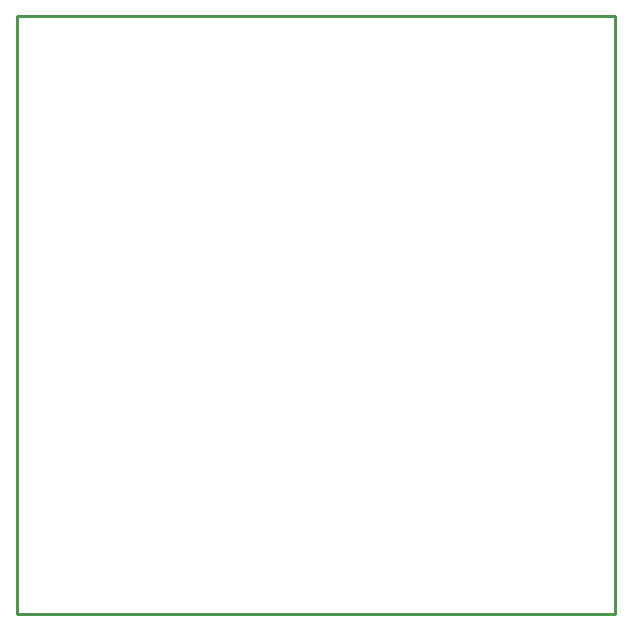
<source format=gko>
G04*
G04 #@! TF.GenerationSoftware,Altium Limited,Altium Designer,21.6.4 (81)*
G04*
G04 Layer_Color=16711935*
%FSLAX25Y25*%
%MOIN*%
G70*
G04*
G04 #@! TF.SameCoordinates,A100BF9E-4997-418F-BECE-E597615EEDA1*
G04*
G04*
G04 #@! TF.FilePolarity,Positive*
G04*
G01*
G75*
%ADD12C,0.01000*%
D12*
X199500Y0D02*
Y199500D01*
X0Y0D02*
X199500D01*
X0D02*
Y199500D01*
X199500D01*
M02*

</source>
